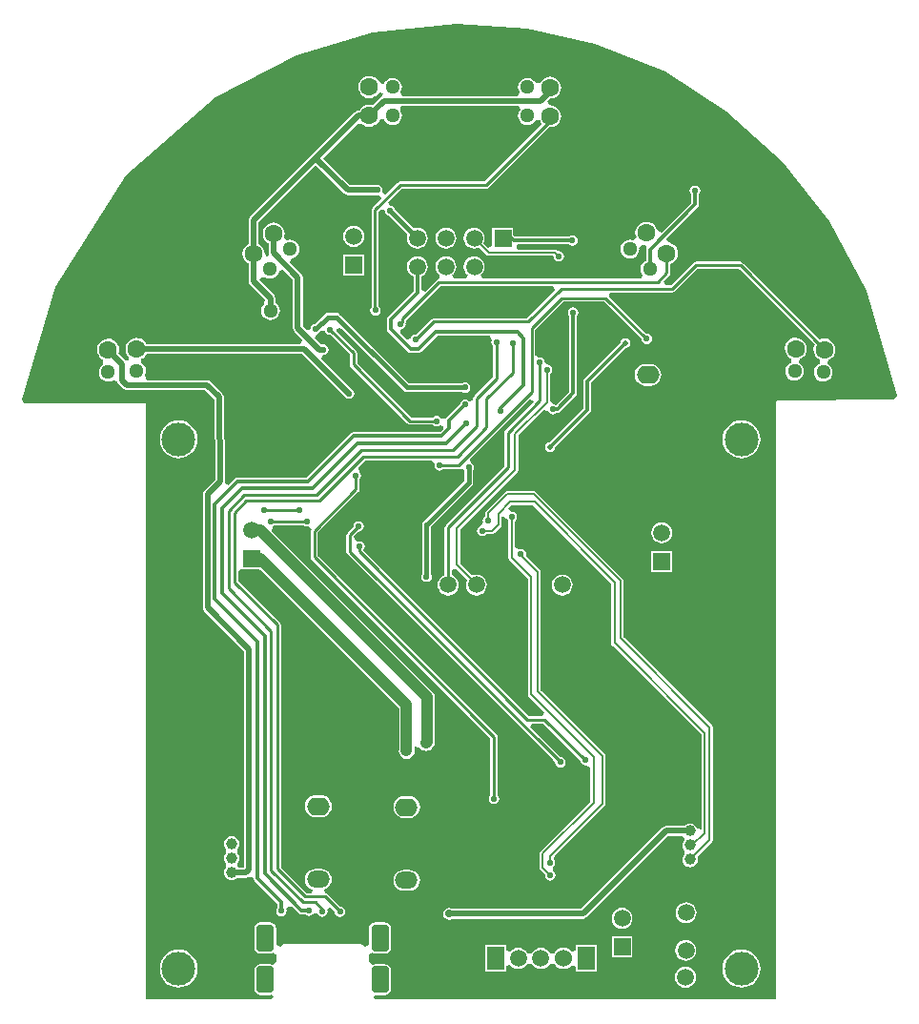
<source format=gbl>
%FSTAX23Y23*%
%MOIN*%
%SFA1B1*%

%IPPOS*%
%AMD79*
4,1,8,-0.031500,0.031500,-0.031500,-0.031500,-0.015800,-0.047200,0.015800,-0.047200,0.031500,-0.031500,0.031500,0.031500,0.015800,0.047200,-0.015800,0.047200,-0.031500,0.031500,0.0*
1,1,0.031400,-0.015800,0.031500*
1,1,0.031400,-0.015800,-0.031500*
1,1,0.031400,0.015800,-0.031500*
1,1,0.031400,0.015800,0.031500*
%
%ADD44C,0.008000*%
%ADD45C,0.009800*%
%ADD46C,0.014000*%
%ADD47C,0.019700*%
%ADD49C,0.016000*%
%ADD50C,0.011800*%
%ADD52C,0.020000*%
%ADD53C,0.039400*%
%ADD61C,0.012000*%
%ADD67C,0.118100*%
%ADD68O,0.078700X0.063000*%
%ADD69O,0.078700X0.059100*%
%ADD70C,0.063000*%
%ADD71C,0.051200*%
%ADD72C,0.039400*%
%ADD73C,0.059100*%
%ADD74R,0.059100X0.078700*%
%ADD75C,0.060000*%
%ADD76C,0.019700*%
%ADD77R,0.059100X0.059100*%
%ADD78R,0.059100X0.059100*%
G04~CAMADD=79~8~0.0~0.0~945.0~630.0~157.0~0.0~15~0.0~0.0~0.0~0.0~0~0.0~0.0~0.0~0.0~0~0.0~0.0~0.0~90.0~630.0~944.0*
%ADD79D79*%
%ADD80C,0.022000*%
%ADD81C,0.027600*%
%ADD82C,0.040000*%
%ADD83C,0.028000*%
%LNshank2.0_pcb-1*%
%LPD*%
G36*
X00235Y03405D02*
X00473Y03349D01*
X00717Y03255*
X00933Y03114*
X01129Y02938*
X01292Y0273*
X01422Y02488*
X01528Y0212*
X01519Y02108*
X0111Y02104*
X01105Y02099*
Y00009*
X-00296*
X-00305Y00018*
X-00296Y00025*
X-00264*
X-00255Y00027*
X-00248Y00032*
X-00243Y00039*
X-00241Y00048*
Y00111*
X-00243Y0012*
X-00248Y00127*
X-00255Y00132*
X-00264Y00134*
X-00296*
X-00304Y00132*
X-00306Y00131*
X-0032Y00139*
Y00164*
X-0032Y00165*
X-0032Y00166*
X-00318Y00168*
X-00318Y00168*
X-00306Y00174*
X-00304Y00172*
X-00296Y00171*
X-00264*
X-00255Y00172*
X-00248Y00177*
X-00243Y00185*
X-00241Y00194*
Y00257*
X-00243Y00266*
X-00248Y00273*
X-00255Y00278*
X-00264Y0028*
X-00296*
X-00304Y00278*
X-00312Y00273*
X-00317Y00266*
X-00319Y00257*
Y00201*
X-00325Y00196*
X-00333Y00195*
X-00338Y00199*
X-00339Y002*
X-0034Y002*
X-00348Y00203*
X-00348Y00203*
X-00349Y00204*
X-00358Y00205*
X-00358*
X-00359Y00205*
X-00601Y00205*
X-00601*
X-00602Y00205*
X-00603Y00205*
X-00603Y00205*
X-00604*
X-00612Y00204*
X-00613Y00203*
X-00614Y00203*
X-00621Y002*
X-00622Y002*
X-00623Y00199*
X-00628Y00195*
X-00636Y00196*
X-00642Y00201*
Y00257*
X-00644Y00266*
X-00649Y00273*
X-00657Y00278*
X-00666Y0028*
X-00697*
X-00706Y00278*
X-00713Y00273*
X-00719Y00266*
X-0072Y00257*
Y00194*
X-00719Y00185*
X-00713Y00177*
X-00706Y00172*
X-00697Y00171*
X-00666*
X-00657Y00172*
X-00655Y00174*
X-00644Y00168*
X-00642Y00166*
X-00641Y00139*
X-00655Y00132*
X-00657Y00132*
X-00666Y00134*
X-00697*
X-00706Y00132*
X-00713Y00127*
X-00719Y0012*
X-0072Y00111*
Y00048*
X-00719Y00039*
X-00713Y00032*
X-00706Y00027*
X-00697Y00025*
X-00666*
X-00657Y00027*
X-00653Y0002*
X-00662Y00009*
X-01099*
Y02095*
X-01524*
X-01532Y02106*
X-01414Y02499*
X-01167Y0289*
X-00854Y03164*
X-00572Y03311*
X-00306Y0339*
X-00013Y03419*
X00235Y03405*
G37*
%LNshank2.0_pcb-2*%
%LPC*%
G36*
X-00177Y00463D02*
X-00196D01*
X-00206Y00462*
X-00215Y00458*
X-00222Y00453*
X-00228Y00445*
X-00232Y00436*
X-00233Y00427*
X-00232Y00417*
X-00228Y00408*
X-00222Y004*
X-00215Y00395*
X-00206Y00391*
X-00196Y0039*
X-00177*
X-00167Y00391*
X-00158Y00395*
X-00151Y004*
X-00145Y00408*
X-00141Y00417*
X-0014Y00427*
X-00141Y00436*
X-00145Y00445*
X-00151Y00453*
X-00158Y00458*
X-00167Y00462*
X-00177Y00463*
G37*
G36*
X00791Y00349D02*
X00781Y00348D01*
X00772Y00344*
X00764Y00339*
X00759Y00331*
X00755Y00322*
X00754Y00313*
X00755Y00303*
X00759Y00294*
X00764Y00286*
X00772Y00281*
X00781Y00277*
X00791Y00276*
X008Y00277*
X00809Y00281*
X00817Y00286*
X00822Y00294*
X00826Y00303*
X00827Y00313*
X00826Y00322*
X00822Y00331*
X00817Y00339*
X00809Y00344*
X008Y00348*
X00791Y00349*
G37*
G36*
X-00179Y00721D02*
X-00194D01*
X-00204Y0072*
X-00214Y00716*
X-00222Y0071*
X-00228Y00702*
X-00232Y00693*
X-00233Y00682*
X-00232Y00672*
X-00228Y00663*
X-00222Y00655*
X-00214Y00649*
X-00204Y00645*
X-00194Y00644*
X-00179*
X-00169Y00645*
X-00159Y00649*
X-00151Y00655*
X-00145Y00663*
X-00141Y00672*
X-0014Y00682*
X-00141Y00693*
X-00145Y00702*
X-00151Y0071*
X-00159Y00716*
X-00169Y0072*
X-00179Y00721*
G37*
G36*
X00742Y01578D02*
X00669D01*
Y01505*
X00742*
Y01578*
G37*
G36*
X00358Y01495D02*
X00348Y01494D01*
X00339Y0149*
X00331Y01485*
X00326Y01477*
X00322Y01468*
X00321Y01459*
X00322Y01449*
X00326Y0144*
X00331Y01432*
X00339Y01427*
X00348Y01423*
X00358Y01422*
X00367Y01423*
X00376Y01427*
X00384Y01432*
X00389Y0144*
X00393Y01449*
X00394Y01459*
X00393Y01468*
X00389Y01477*
X00384Y01485*
X00376Y0149*
X00367Y01494*
X00358Y01495*
G37*
G36*
X-00488Y00724D02*
X-00503D01*
X-00513Y00723*
X-00523Y00719*
X-00531Y00713*
X-00537Y00705*
X-00541Y00696*
X-00542Y00685*
X-00541Y00675*
X-00537Y00666*
X-00531Y00658*
X-00523Y00652*
X-00513Y00648*
X-00503Y00647*
X-00488*
X-00478Y00648*
X-00468Y00652*
X-0046Y00658*
X-00454Y00666*
X-0045Y00675*
X-00449Y00685*
X-0045Y00696*
X-00454Y00705*
X-0046Y00713*
X-00468Y00719*
X-00478Y00723*
X-00488Y00724*
G37*
G36*
X00567Y0033D02*
X00557Y00329D01*
X00548Y00325*
X0054Y0032*
X00535Y00312*
X00531Y00303*
X0053Y00294*
X00531Y00284*
X00535Y00275*
X0054Y00267*
X00548Y00262*
X00557Y00258*
X00567Y00257*
X00576Y00258*
X00585Y00262*
X00593Y00267*
X00598Y00275*
X00602Y00284*
X00603Y00294*
X00602Y00303*
X00598Y00312*
X00593Y0032*
X00585Y00325*
X00576Y00329*
X00567Y0033*
G37*
G36*
X00984Y00184D02*
X00971Y00183D01*
X00958Y00179*
X00947Y00173*
X00937Y00165*
X00929Y00155*
X00922Y00143*
X00919Y00131*
X00917Y00118*
X00919Y00105*
X00922Y00092*
X00929Y00081*
X00937Y00071*
X00947Y00062*
X00958Y00056*
X00971Y00053*
X00984Y00051*
X00997Y00053*
X01009Y00056*
X01021Y00062*
X01031Y00071*
X01039Y00081*
X01045Y00092*
X01049Y00105*
X0105Y00118*
X01049Y00131*
X01045Y00143*
X01039Y00155*
X01031Y00165*
X01021Y00173*
X01009Y00179*
X00997Y00183*
X00984Y00184*
G37*
G36*
X-00984D02*
X-00997Y00183D01*
X-01009Y00179*
X-01021Y00173*
X-01031Y00165*
X-01039Y00155*
X-01045Y00143*
X-01049Y00131*
X-0105Y00118*
X-01049Y00105*
X-01045Y00092*
X-01039Y00081*
X-01031Y00071*
X-01021Y00062*
X-01009Y00056*
X-00997Y00053*
X-00984Y00051*
X-00971Y00053*
X-00958Y00056*
X-00947Y00062*
X-00937Y00071*
X-00929Y00081*
X-00922Y00092*
X-00919Y00105*
X-00917Y00118*
X-00919Y00131*
X-00922Y00143*
X-00929Y00155*
X-00937Y00165*
X-00947Y00173*
X-00958Y00179*
X-00971Y00183*
X-00984Y00184*
G37*
G36*
X00789Y00124D02*
X00779Y00123D01*
X0077Y00119*
X00762Y00114*
X00757Y00106*
X00753Y00097*
X00752Y00088*
X00753Y00078*
X00757Y00069*
X00762Y00061*
X0077Y00056*
X00779Y00052*
X00789Y00051*
X00798Y00052*
X00807Y00056*
X00815Y00061*
X0082Y00069*
X00824Y00078*
X00825Y00088*
X00824Y00097*
X0082Y00106*
X00815Y00114*
X00807Y00119*
X00798Y00123*
X00789Y00124*
G37*
G36*
X00477Y002D02*
X00404D01*
Y00182*
X0039Y00178*
X00388Y0018*
X0038Y00186*
X00371Y0019*
X00362Y00191*
X00352Y0019*
X00343Y00186*
X00335Y0018*
X0033Y00173*
X00327Y00172*
X00318Y00172*
X00314Y00173*
X00309Y0018*
X00301Y00185*
X00293Y00189*
X00283Y0019*
X00273Y00189*
X00265Y00185*
X00257Y0018*
X00251Y00172*
X00236*
X0023Y0018*
X00223Y00185*
X00214Y00189*
X00204Y0019*
X00195Y00189*
X00186Y00185*
X00178Y0018*
X00176Y00177*
X00162Y00182*
Y002*
X00089*
Y00107*
X00162*
Y00126*
X00176Y0013*
X00178Y00127*
X00186Y00122*
X00195Y00118*
X00204Y00117*
X00214Y00118*
X00223Y00122*
X0023Y00127*
X00236Y00135*
X00251*
X00257Y00127*
X00265Y00122*
X00273Y00118*
X00283Y00117*
X00293Y00118*
X00301Y00122*
X00309Y00127*
X00314Y00135*
X00318Y00135*
X00327Y00135*
X0033Y00134*
X00335Y00127*
X00343Y00121*
X00352Y00118*
X00362Y00116*
X00371Y00118*
X0038Y00121*
X00388Y00127*
X0039Y0013*
X00404Y00125*
Y00107*
X00477*
Y002*
G37*
G36*
X00603Y0023D02*
X0053D01*
Y00157*
X00603*
Y0023*
G37*
G36*
X0079Y00218D02*
X0078Y00217D01*
X00771Y00213*
X00763Y00208*
X00758Y002*
X00754Y00191*
X00753Y00182*
X00754Y00172*
X00758Y00163*
X00763Y00155*
X00771Y0015*
X0078Y00146*
X0079Y00145*
X00799Y00146*
X00808Y0015*
X00816Y00155*
X00821Y00163*
X00825Y00172*
X00826Y00182*
X00825Y00191*
X00821Y002*
X00816Y00208*
X00808Y00213*
X00799Y00217*
X0079Y00218*
G37*
G36*
X00706Y01678D02*
X00696Y01677D01*
X00687Y01673*
X00679Y01668*
X00674Y0166*
X0067Y01651*
X00669Y01642*
X0067Y01632*
X00674Y01623*
X00679Y01615*
X00687Y0161*
X00696Y01606*
X00706Y01605*
X00715Y01606*
X00724Y0161*
X00732Y01615*
X00737Y01623*
X00741Y01632*
X00742Y01642*
X00741Y01651*
X00737Y0166*
X00732Y01668*
X00724Y01673*
X00715Y01677*
X00706Y01678*
G37*
G36*
X-00335Y02614D02*
X-00408D01*
Y02541*
X-00335*
Y02614*
G37*
G36*
X-00317Y03238D02*
X-00327Y03237D01*
X-00336Y03233*
X-00344Y03227*
X-0035Y03219*
X-00354Y0321*
X-00355Y032*
X-00354Y0319*
X-0035Y0318*
X-00344Y03172*
X-00336Y03166*
X-00327Y03162*
X-00317Y03161*
X-00307Y03162*
X-00297Y03166*
X-00289Y03172*
X-00285Y03177*
X-00278Y0318*
X-0027Y03178*
X-00272Y03167*
X-00278Y03163*
X-00304Y03136*
X-00307Y03137*
X-00317Y03138*
X-00327Y03137*
X-00336Y03133*
X-00344Y03127*
X-0035Y03119*
X-00351Y03117*
X-00356*
X-00362Y03116*
X-00368Y03112*
X-00517Y02963*
X-00734Y02745*
X-00738Y0274*
X-00739Y02733*
Y02652*
X-00741Y02651*
X-00749Y02645*
X-00756Y02637*
X-00759Y02627*
X-00761Y02617*
X-00759Y02607*
X-00756Y02598*
X-00749Y0259*
X-00741Y02584*
X-00739Y02583*
Y02521*
X-00738Y02514*
X-00734Y02509*
X-00683Y02458*
X-00684Y02442*
X-00686Y02441*
X-00691Y02434*
X-00694Y02426*
X-00695Y02418*
X-00694Y02409*
X-00691Y02401*
X-00686Y02394*
X-00679Y02389*
X-00671Y02386*
X-00663Y02385*
X-00654Y02386*
X-00646Y02389*
X-00639Y02394*
X-00634Y02401*
X-00631Y02409*
X-0063Y02418*
X-00631Y02426*
X-00634Y02434*
X-00639Y02441*
X-00645Y02445*
Y02462*
X-00647Y02468*
X-0065Y02474*
X-00702Y02525*
X-007Y02532*
X-00695Y02535*
X-00686Y02537*
X-00681Y02534*
X-00673Y02531*
X-00665Y0253*
X-00656Y02531*
X-00648Y02534*
X-00642Y02539*
X-00636Y02546*
X-00633Y02554*
X-00633Y02557*
X-00618Y02562*
X-00584Y02527*
Y02356*
X-00582Y02349*
X-00579Y02343*
X-00551Y02315*
X-00557Y02301*
X-01096*
X-01098Y02305*
X-01104Y02313*
X-01112Y02319*
X-01122Y02322*
X-01132Y02323*
X-01142Y02321*
X-01151Y02317*
X-01159Y02311*
X-01165Y02303*
X-01168Y02293*
X-01169Y02283*
X-01168Y02273*
X-01164Y02264*
X-01158Y02256*
X-01157Y02256*
X-01157Y02243*
X-01168Y02243*
X-01194Y02269*
X-01193Y02272*
X-01192Y02282*
X-01193Y02292*
X-01198Y02301*
X-01204Y02309*
X-01212Y02315*
X-01222Y02319*
X-01232Y0232*
X-01242Y02318*
X-01251Y02314*
X-01259Y02307*
X-01265Y02299*
X-01268Y0229*
X-01269Y02279*
X-01268Y02269*
X-01263Y0226*
X-01257Y02252*
X-01249Y02247*
X-01247Y02246*
X-01247Y02231*
X-01248Y0223*
X-01255Y02225*
X-0126Y02218*
X-01263Y0221*
X-01263Y02201*
X-01262Y02193*
X-01258Y02185*
X-01253Y02178*
X-01246Y02174*
X-01238Y0217*
X-01229Y0217*
X-01221Y02171*
X-01213Y02175*
X-01212Y02176*
X-01208Y02175*
X-01197Y0217*
X-01197Y02168*
X-01193Y02162*
X-01176Y02145*
X-0117Y02142*
X-01164Y0214*
X-00892*
X-0086Y02108*
X-00856Y01827*
X-00894Y01788*
X-00898Y01783*
X-00899Y01776*
Y01379*
X-00898Y01373*
X-00894Y01367*
X-00754Y01227*
Y00471*
X-00755Y0047*
X-00774*
X-00779Y00482*
X-0078Y00483*
X-00777Y00486*
X-00775Y00489*
X-00773Y00496*
X-00772Y00503*
X-00773Y0051*
X-00775Y00516*
X-00777Y00519*
X-0078Y00522*
Y00533*
X-00777Y00536*
X-00775Y00539*
X-00773Y00546*
X-00772Y00553*
X-00773Y0056*
X-00775Y00566*
X-0078Y00572*
X-00785Y00576*
X-00792Y00579*
X-00799Y00579*
X-00806Y00579*
X-00812Y00576*
X-00818Y00572*
X-00822Y00566*
X-00825Y0056*
X-00825Y00553*
X-00825Y00546*
X-00822Y00539*
X-0082Y00536*
X-00818Y00533*
Y00522*
X-0082Y00519*
X-00822Y00516*
X-00825Y0051*
X-00825Y00503*
X-00825Y00496*
X-00822Y00489*
X-0082Y00486*
X-00818Y00483*
Y00472*
X-0082Y00469*
X-00822Y00466*
X-00825Y0046*
X-00825Y00453*
X-00825Y00446*
X-00822Y00439*
X-00818Y00434*
X-00812Y00429*
X-00806Y00427*
X-00799Y00426*
X-00792Y00427*
X-00785Y00429*
X-0078Y00434*
X-00778Y00435*
X-00748*
X-00748*
X-00748*
X-00744Y00436*
X-00741Y00437*
X-00741*
X-00738Y00438*
X-00736Y0044*
X-00722Y00435*
X-00721Y0043*
X-00718Y00425*
X-00637Y00344*
Y00331*
X-00641Y00326*
X-00642Y00319*
X-00641Y00312*
X-00637Y00306*
X-00631Y00302*
X-00624Y003*
X-00617Y00302*
X-00611Y00306*
X-00607Y00312*
X-00605Y00319*
X-00607Y00326*
X-00605Y00332*
X-00589Y00336*
X-00563Y0031*
X-00559Y00307*
X-00554Y00306*
X-0054*
X-00535Y00303*
X-00528Y00301*
X-00521Y00303*
X-00515Y00307*
X-00512Y0031*
X-00503*
X-00498Y00309*
Y00309*
X-00494Y00303*
X-00488Y00299*
X-00481Y00297*
X-00474Y00299*
X-00468Y00303*
X-00464Y00309*
X-00462Y00316*
X-00464Y00323*
X-00465Y00324*
X-00454Y00333*
X-00438Y00317*
X-00438Y00316*
X-00437Y00309*
X-00433Y00303*
X-00427Y00299*
X-0042Y00298*
X-00413Y00299*
X-00407Y00303*
X-00403Y00309*
X-00401Y00316*
X-00403Y00323*
X-00407Y00329*
X-00413Y00333*
X-0042Y00334*
X-00421Y00334*
X-00463Y00377*
X-00467Y0038*
X-00472Y00381*
X-00473*
X-00476Y00394*
X-00467Y00398*
X-0046Y00403*
X-00454Y00411*
X-0045Y0042*
X-00449Y0043*
X-0045Y00439*
X-00454Y00448*
X-0046Y00456*
X-00467Y00461*
X-00476Y00465*
X-00486Y00466*
X-00505*
X-00515Y00465*
X-00524Y00461*
X-00531Y00456*
X-00537Y00448*
X-00541Y00439*
X-00542Y0043*
X-00541Y0042*
X-00537Y00411*
X-00531Y00403*
X-00524Y00398*
X-00515Y00394*
X-00518Y00381*
X-00536*
X-00626Y00472*
Y01319*
X-00627Y01323*
X-0063Y01327*
X-00776Y01473*
Y01508*
X-00765Y01515*
X-00762*
X-00701*
X-00213Y01027*
Y00881*
X-00214Y00879*
X-00213Y00872*
X-0021Y00865*
X-00206Y00859*
X-002Y00855*
X-00194Y00852*
X-00187Y00851*
X-0018Y00852*
X-00173Y00855*
X-00167Y00859*
X-00163Y00865*
X-0016Y00872*
X-00159Y00879*
X-0016Y00881*
Y00893*
X-00157Y00895*
X-00142Y00892*
X-00142Y00892*
X-00138Y00886*
X-00132Y00882*
X-00126Y00879*
X-00119Y00878*
X-00112Y00879*
X-00105Y00882*
X-00099Y00886*
X-00098Y00888*
X-00097Y0089*
X-00092Y00895*
X-0009Y00902*
X-00089Y00909*
Y01068*
X-0009Y01075*
X-00092Y01081*
X-00097Y01087*
X-00658Y01648*
X-00656Y01658*
X-00654Y01664*
X-0065Y01667*
X-00649Y01667*
X-00546*
X-00542Y01665*
X-00535Y01663*
X-00529Y01664*
X-00525Y0166*
X-0052Y01653*
X-00521Y01652*
X-00522Y01648*
Y01557*
X-00521Y01552*
X-00518Y01548*
X00106Y00923*
Y00725*
X00106Y00725*
X00102Y00719*
X001Y00712*
X00102Y00705*
X00106Y00699*
X00112Y00695*
X00119Y00693*
X00126Y00695*
X00132Y00699*
X00136Y00705*
X00137Y00712*
X00136Y00719*
X00132Y00725*
X00131Y00725*
Y00928*
X0013Y00932*
X00127Y00936*
X-00497Y01562*
Y01643*
X-00356Y01784*
X-00353Y01788*
X-00352Y01793*
Y01828*
X-00352Y01829*
X-00348Y01835*
X-00346Y01842*
X-00348Y01849*
X-00352Y01855*
X-00355Y0187*
X-00354Y01872*
X-00332Y01894*
X-00098*
X-00094Y0189*
X-00089Y0188*
X-0009Y01876*
X-00089Y01869*
X-00085Y01863*
X-00079Y01859*
X-00072Y01858*
X-00065Y01859*
X-00059Y01863*
X-00058Y01864*
X-00006*
X-00002Y01865*
X-00001Y01865*
X00008Y01864*
X0001Y01863*
X00014Y01861*
X00014Y0186*
Y01823*
X-00124Y01684*
X-00127Y01681*
X-00131Y01676*
X-00132Y01671*
Y01497*
X-00134Y01495*
X-00135Y01488*
X-00134Y01481*
X-0013Y01475*
X-00124Y01471*
X-00117Y01469*
X-0011Y01471*
X-00104Y01475*
X-001Y01481*
X-00098Y01488*
X-001Y01495*
X-00101Y01497*
Y01663*
X00041Y01806*
X00044Y01811*
X00045Y01817*
Y0186*
X00047Y01863*
X00048Y0187*
X00047Y01877*
X00043Y01883*
X00039Y01885*
X00036Y01896*
X00035Y01901*
X00241Y02107*
X00256Y02103*
X00257Y021*
X00158Y02001*
X00155Y01997*
X00154Y01992*
Y01874*
X-0005Y01668*
X-00053Y01664*
X-00054Y0166*
Y01493*
X-0006Y0149*
X-00068Y01485*
X-00073Y01477*
X-00077Y01468*
X-00078Y01459*
X-00077Y01449*
X-00073Y0144*
X-00068Y01432*
X-0006Y01427*
X-00051Y01423*
X-00042Y01422*
X-00032Y01423*
X-00023Y01427*
X-00015Y01432*
X-0001Y0144*
X-00006Y01449*
X-00005Y01459*
X-00006Y01468*
X-0001Y01477*
X-00015Y01485*
X-00023Y0149*
X-00029Y01493*
Y01511*
X-00015Y01517*
X00025Y01475*
X00022Y01468*
X00021Y01459*
X00022Y01449*
X00026Y0144*
X00031Y01432*
X00039Y01427*
X00048Y01423*
X00058Y01422*
X00067Y01423*
X00076Y01427*
X00084Y01432*
X00089Y0144*
X00093Y01449*
X00094Y01459*
X00093Y01468*
X00089Y01477*
X00084Y01485*
X00076Y0149*
X00067Y01494*
X00058Y01495*
X00048Y01494*
X00041Y01491*
X0Y01533*
Y01652*
X002Y01854*
X00203Y01857*
X00204Y01862*
Y01982*
X00292Y0207*
X00306Y02067*
X00307Y02066*
X00311Y02061*
X00317Y02057*
X00324Y02055*
X00331Y02057*
X00336Y0206*
X0034*
X00345Y02061*
X00349Y02064*
X00405Y0212*
X00408Y02125*
X00409Y0213*
Y02398*
X00413Y02404*
X00414Y02411*
X00413Y02418*
X00409Y02424*
X00403Y02428*
X00396Y02429*
X00389Y02428*
X00383Y02424*
X00379Y02418*
X00377Y02411*
X00379Y02404*
X00382Y02398*
Y02135*
X00335Y02088*
X00331Y02091*
X00328Y02091*
X00322Y02094*
X00315Y02104*
Y02196*
X00317Y02198*
X00321Y02204*
X00322Y02211*
X00321Y02218*
X00317Y02224*
X00311Y02228*
X00304Y02229*
X00296Y02236*
X00295Y02243*
X00291Y02249*
X00285Y02253*
X00278Y02254*
X00276Y02254*
X00264Y02261*
X00262Y02263*
Y02351*
X00361Y0245*
X00504*
X00634Y0232*
X00634Y02319*
X00636Y02312*
X0064Y02306*
X00646Y02302*
X00653Y023*
X0066Y02302*
X00666Y02306*
X0067Y02312*
X00671Y02319*
X0067Y02326*
X00666Y02332*
X0066Y02336*
X00653Y02337*
X00652Y02337*
X0052Y02468*
X00522Y02478*
X00525Y02482*
X00743*
X00747Y02483*
X00751Y02486*
X0083Y02564*
X00975*
X0124Y02299*
X01237Y02293*
X01236Y02283*
X01237Y02273*
X0124Y02264*
X01246Y02255*
X01254Y02249*
X01257Y02247*
X01257Y02232*
X01255Y02232*
X01248Y02227*
X01242Y0222*
X01239Y02212*
X01237Y02204*
X01238Y02195*
X01241Y02187*
X01246Y0218*
X01253Y02175*
X0126Y02171*
X01269Y0217*
X01277Y0217*
X01285Y02174*
X01292Y02178*
X01298Y02185*
X01301Y02193*
X01303Y02201*
X01302Y0221*
X01299Y02218*
X01294Y02225*
X01287Y0223*
X01286Y02231*
X01288Y02246*
X01293Y02248*
X01301Y02253*
X01307Y02261*
X01312Y0227*
X01313Y0228*
X01312Y02291*
X01309Y023*
X01303Y02308*
X01295Y02315*
X01286Y02319*
X01276Y02321*
X01266Y0232*
X01257Y02316*
X00988Y02585*
X00984Y02588*
X0098Y02589*
X00825*
X0082Y02588*
X00816Y02585*
X00738Y02507*
X00717*
X00711Y02521*
X00732Y02541*
X00734Y02545*
X00735Y0255*
Y02582*
X00742Y02585*
X0075Y02591*
X00757Y02599*
X0076Y02608*
X00762Y02618*
X0076Y02628*
X00757Y02638*
X0075Y02646*
X00742Y02652*
X00733Y02656*
X00728Y02656*
X00722Y02668*
X00722Y02671*
X00827Y02776*
X00832Y02779*
X00835Y02783*
X00836Y02789*
Y02825*
X00838Y02829*
X0084Y02836*
X00838Y02843*
X00835Y02849*
X00829Y02853*
X00822Y02854*
X00815Y02853*
X00809Y02849*
X00805Y02843*
X00803Y02836*
X00805Y02829*
X00807Y02825*
Y02793*
X00705Y02691*
X0069Y02696*
X0069Y02699*
X00686Y02708*
X0068Y02716*
X00672Y02723*
X00662Y02726*
X00652Y02728*
X00642Y02726*
X00633Y02723*
X00625Y02716*
X00619Y02708*
X00615Y02699*
X00613Y02689*
X00615Y02679*
X00617Y02674*
X00606Y02664*
X00603Y02665*
X00594Y02666*
X00586Y02665*
X00578Y02662*
X00571Y02657*
X00566Y0265*
X00562Y02642*
X00561Y02633*
X00562Y02625*
X00566Y02617*
X00571Y0261*
X00578Y02605*
X00586Y02602*
X00594Y026*
X00603Y02602*
X00611Y02605*
X00617Y0261*
X00623Y02617*
X00626Y02625*
X00627Y02633*
X00626Y02638*
X00634Y02646*
X00638Y02649*
X00647Y02647*
X00651Y02639*
X00651Y02636*
X00651Y02632*
Y02592*
X00648Y02591*
X00642Y02586*
X00636Y02579*
X00633Y02571*
X00632Y02563*
X00633Y02554*
X00636Y02546*
X00639Y02543*
X00635Y02532*
X00633Y02529*
X00077*
X00072Y02543*
X00076Y02545*
X00081Y02553*
X00085Y02562*
X00086Y02572*
X00085Y02581*
X00081Y0259*
X00076Y02598*
X00068Y02603*
X00059Y02607*
X0005Y02608*
X0004Y02607*
X00031Y02603*
X00023Y02598*
X00018Y0259*
X00014Y02581*
X00013Y02572*
X00014Y02562*
X00018Y02553*
X00023Y02545*
X00027Y02543*
X00022Y02529*
X-00022*
X-00027Y02543*
X-00023Y02545*
X-00018Y02553*
X-00014Y02562*
X-00013Y02572*
X-00014Y02581*
X-00018Y0259*
X-00023Y02598*
X-00031Y02603*
X-0004Y02607*
X-0005Y02608*
X-00059Y02607*
X-00068Y02603*
X-00076Y02598*
X-00081Y0259*
X-00085Y02581*
X-00086Y02572*
X-00085Y02562*
X-00081Y02553*
X-00076Y02545*
X-00072Y02543*
X-00073Y02534*
X-00076Y02528*
X-00078Y02528*
X-00082Y02525*
X-00122Y02485*
X-00136Y02491*
Y02537*
X-00131Y0254*
X-00123Y02545*
X-00118Y02553*
X-00114Y02562*
X-00113Y02572*
X-00114Y02581*
X-00118Y0259*
X-00123Y02598*
X-00131Y02603*
X-0014Y02607*
X-0015Y02608*
X-00159Y02607*
X-00168Y02603*
X-00176Y02598*
X-00181Y0259*
X-00185Y02581*
X-00186Y02572*
X-00185Y02562*
X-00181Y02553*
X-00176Y02545*
X-00168Y0254*
X-00163Y02537*
Y02485*
X-00251Y02397*
X-00254Y02393*
X-00255Y02388*
Y02353*
X-00254Y02348*
X-00251Y02343*
X-00181Y02273*
X-00177Y0227*
X-00172Y02269*
X-00146*
X-00141Y0227*
X-00136Y02273*
X-0008Y02329*
X00105*
X00105Y02328*
X00111Y02315*
X0011Y02314*
X00108Y02307*
X0011Y023*
X00114Y02294*
X00114Y02293*
Y02186*
X0005Y02121*
X00047Y02117*
X00046Y02112*
Y02105*
X00032Y02101*
X00032Y02102*
X00026Y02106*
X00019Y02107*
X00012Y02106*
X00006Y02102*
X00002Y02096*
X00001Y02091*
X-00047Y02043*
X-00049Y02039*
X-00052Y02039*
X-00061*
X-00064Y02039*
X-00068Y02045*
X-00074Y02049*
X-00081Y0205*
X-00088Y02049*
X-00094Y02045*
X-00094Y02044*
X-00171*
X-0036Y02234*
Y02271*
X-00361Y02275*
X-00364Y02279*
X-00432Y02347*
X-00431Y02353*
X-00417Y02358*
X-00196Y02138*
X-00191Y02134*
X-00186Y02133*
X00008*
X00011Y02132*
X00018Y0213*
X00025Y02132*
X00031Y02136*
X00035Y02142*
X00036Y02149*
X00035Y02156*
X00031Y02162*
X00025Y02166*
X00018Y02167*
X00011Y02166*
X00008Y02164*
X-00179*
X-00421Y02405*
X-00426Y02409*
X-00432Y0241*
X-00463*
X-00468Y02409*
X-00473Y02405*
X-00508Y0237*
X-00512Y0237*
X-00518Y02366*
X-00521Y0236*
X-00522Y02355*
X-0053Y02351*
X-00537Y0235*
X-00549Y02363*
Y02535*
X-00551Y02541*
X-00554Y02547*
X-00595Y02587*
X-00595Y02588*
X-00589Y02601*
X-00586Y02602*
X-00578Y02605*
X-00571Y0261*
X-00566Y02617*
X-00562Y02625*
X-00561Y02633*
X-00562Y02642*
X-00566Y0265*
X-00571Y02657*
X-00578Y02662*
X-00586Y02665*
X-00594Y02666*
X-00603Y02665*
X-00604Y02664*
X-00615Y02675*
X-00614Y02678*
X-00612Y02688*
X-00614Y02698*
X-00618Y02707*
X-00624Y02715*
X-00632Y02722*
X-00641Y02725*
X-00651Y02727*
X-00661Y02725*
X-00671Y02722*
X-00679Y02715*
X-00685Y02707*
X-00689Y02698*
X-0069Y02688*
X-00689Y02678*
X-00685Y02668*
X-00679Y0266*
X-00671Y02654*
X-00668Y02653*
Y02619*
X-00667Y02614*
X-00671Y02608*
X-00675Y02604*
X-00683Y02616*
X-00683Y02617*
X-00684Y02627*
X-00688Y02637*
X-00694Y02645*
X-00702Y02651*
X-00705Y02652*
Y02726*
X-00505Y02926*
X-00405Y02826*
X-00399Y02823*
X-00393Y02821*
X-00295*
X-0029Y0282*
X-00285Y02821*
X-00278Y02816*
X-00274Y0281*
Y0281*
X-00306Y02777*
X-00309Y02773*
X-0031Y02769*
Y0243*
X-00313Y02426*
X-00314Y02419*
X-00313Y02412*
X-00309Y02406*
X-00303Y02402*
X-00296Y024*
X-00289Y02402*
X-00283Y02406*
X-00279Y02412*
X-00277Y02419*
X-00279Y02426*
X-00283Y02432*
X-00285Y02433*
Y02764*
X-00276Y02773*
X-00263Y02767*
X-00262Y0276*
X-00258Y02754*
X-00252Y0275*
X-00249Y02749*
X-00184Y02684*
X-00185Y02681*
X-00186Y02672*
X-00185Y02662*
X-00181Y02653*
X-00176Y02645*
X-00168Y0264*
X-00159Y02636*
X-0015Y02635*
X-0014Y02636*
X-00131Y0264*
X-00123Y02645*
X-00118Y02653*
X-00114Y02662*
X-00113Y02672*
X-00114Y02681*
X-00118Y0269*
X-00123Y02698*
X-00131Y02703*
X-0014Y02707*
X-0015Y02708*
X-00159Y02707*
X-00162Y02706*
X-00227Y02771*
X-00228Y02774*
X-00232Y0278*
X-00238Y02784*
X-00245Y02785*
X-00251Y02798*
X-00205Y02844*
X00091*
X00095Y02845*
X00099Y02848*
X00311Y03059*
X00316Y03059*
X00326Y0306*
X00335Y03064*
X00343Y0307*
X00349Y03078*
X00353Y03088*
X00354Y03098*
X00353Y03108*
X00349Y03117*
X00343Y03125*
X00335Y03131*
X00326Y03135*
X00316Y03136*
X00311Y03136*
X00305Y03149*
X00314Y03159*
X00316Y03159*
X00326Y0316*
X00335Y03164*
X00343Y0317*
X00349Y03178*
X00353Y03188*
X00354Y03198*
X00353Y03208*
X00349Y03217*
X00343Y03225*
X00335Y03231*
X00326Y03235*
X00316Y03236*
X00305Y03235*
X00296Y03231*
X00288Y03225*
X00282Y03217*
X0028Y03213*
X00265*
X00264Y03216*
X00259Y03222*
X00252Y03228*
X00244Y03231*
X00236Y03232*
X00227Y03231*
X00219Y03228*
X00213Y03222*
X00207Y03216*
X00204Y03208*
X00203Y03199*
X00204Y03191*
X00207Y03183*
X00208Y03182*
X00201Y03168*
X-00201*
X-00208Y03182*
X-00207Y03183*
X-00204Y03191*
X-00203Y03199*
X-00204Y03208*
X-00207Y03216*
X-00213Y03222*
X-00219Y03228*
X-00227Y03231*
X-00236Y03232*
X-00244Y03231*
X-00252Y03228*
X-00259Y03222*
X-00264Y03216*
X-00266Y03212*
X-00269Y03212*
X-0028Y03213*
X-00283Y03219*
X-00289Y03227*
X-00297Y03233*
X-00307Y03237*
X-00317Y03238*
G37*
G36*
X-0005Y02708D02*
X-00059Y02707D01*
X-00068Y02703*
X-00076Y02698*
X-00081Y0269*
X-00085Y02681*
X-00086Y02672*
X-00085Y02662*
X-00081Y02653*
X-00076Y02645*
X-00068Y0264*
X-00059Y02636*
X-0005Y02635*
X-0004Y02636*
X-00031Y0264*
X-00023Y02645*
X-00018Y02653*
X-00014Y02662*
X-00013Y02672*
X-00014Y02681*
X-00018Y0269*
X-00023Y02698*
X-00031Y02703*
X-0004Y02707*
X-0005Y02708*
G37*
G36*
X0005D02*
X0004Y02707D01*
X00031Y02703*
X00023Y02698*
X00018Y0269*
X00014Y02681*
X00013Y02672*
X00014Y02662*
X00018Y02653*
X00023Y02645*
X00031Y0264*
X0004Y02636*
X0005Y02635*
X00059Y02636*
X00066Y02639*
X00093Y02612*
X00097Y0261*
X00101Y02609*
X00326*
X00327Y02608*
X00329Y02601*
X00333Y02595*
X00339Y02591*
X00346Y02589*
X00353Y02591*
X00359Y02595*
X00363Y02601*
X00364Y02608*
X00363Y02615*
X00359Y02621*
X00353Y02625*
X00346Y02626*
X00343Y02625*
X00341Y02628*
X00337Y02631*
X00333Y02631*
X00202*
X00198Y02637*
X00197Y02646*
X002Y02649*
X0038*
X00386Y02646*
X00393Y02644*
X004Y02646*
X00406Y0265*
X0041Y02656*
X00411Y02663*
X0041Y0267*
X00406Y02676*
X004Y0268*
X00393Y02681*
X00386Y0268*
X0038Y02676*
X00192*
X00186Y02682*
Y02708*
X00113*
Y02644*
X00099Y02638*
X00082Y02655*
X00085Y02662*
X00086Y02672*
X00085Y02681*
X00081Y0269*
X00076Y02698*
X00068Y02703*
X00059Y02707*
X0005Y02708*
G37*
G36*
X-00372Y02714D02*
X-00381Y02713D01*
X-0039Y02709*
X-00398Y02704*
X-00403Y02696*
X-00407Y02687*
X-00408Y02678*
X-00407Y02668*
X-00403Y02659*
X-00398Y02651*
X-0039Y02646*
X-00381Y02642*
X-00372Y02641*
X-00362Y02642*
X-00353Y02646*
X-00345Y02651*
X-0034Y02659*
X-00336Y02668*
X-00335Y02678*
X-00336Y02687*
X-0034Y02696*
X-00345Y02704*
X-00353Y02709*
X-00362Y02713*
X-00372Y02714*
G37*
G36*
X01176Y02324D02*
X01166Y02323D01*
X01156Y0232*
X01148Y02314*
X01142Y02306*
X01137Y02297*
X01136Y02287*
X01137Y02277*
X0114Y02267*
X01146Y02259*
X01154Y02252*
X01157Y02251*
X01157Y02236*
X01155Y02235*
X01148Y0223*
X01142Y02223*
X01139Y02216*
X01137Y02207*
X01138Y02199*
X01141Y02191*
X01146Y02184*
X01153Y02178*
X0116Y02175*
X01169Y02173*
X01177Y02174*
X01185Y02177*
X01192Y02182*
X01198Y02189*
X01201Y02196*
X01203Y02205*
X01202Y02213*
X01199Y02221*
X01194Y02228*
X01187Y02234*
X01186Y02234*
X01188Y02249*
X01193Y02251*
X01201Y02257*
X01208Y02265*
X01212Y02274*
X01213Y02284*
X01212Y02294*
X01209Y02304*
X01203Y02312*
X01195Y02318*
X01186Y02322*
X01176Y02324*
G37*
G36*
X00984Y02034D02*
X00971Y02033D01*
X00958Y02029*
X00947Y02023*
X00937Y02015*
X00929Y02005*
X00922Y01993*
X00919Y01981*
X00917Y01968*
X00919Y01955*
X00922Y01943*
X00929Y01931*
X00937Y01921*
X00947Y01913*
X00958Y01907*
X00971Y01903*
X00984Y01902*
X00997Y01903*
X01009Y01907*
X01021Y01913*
X01031Y01921*
X01039Y01931*
X01045Y01943*
X01049Y01955*
X0105Y01968*
X01049Y01981*
X01045Y01993*
X01039Y02005*
X01031Y02015*
X01021Y02023*
X01009Y02029*
X00997Y02033*
X00984Y02034*
G37*
G36*
X-00984D02*
X-00997Y02033D01*
X-01009Y02029*
X-01021Y02023*
X-01031Y02015*
X-01039Y02005*
X-01045Y01993*
X-01049Y01981*
X-0105Y01968*
X-01049Y01955*
X-01045Y01943*
X-01039Y01931*
X-01031Y01921*
X-01021Y01913*
X-01009Y01907*
X-00997Y01903*
X-00984Y01902*
X-00971Y01903*
X-00958Y01907*
X-00947Y01913*
X-00937Y01921*
X-00929Y01931*
X-00922Y01943*
X-00919Y01955*
X-00917Y01968*
X-00919Y01981*
X-00922Y01993*
X-00929Y02005*
X-00937Y02015*
X-00947Y02023*
X-00958Y02029*
X-00971Y02033*
X-00984Y02034*
G37*
G36*
X00258Y01788D02*
D01*
X00165*
X0016Y01787*
X00157Y01784*
X0009Y01718*
X00087Y01714*
X00087Y0171*
Y01697*
X00085Y01696*
X00081Y0169*
X00079Y01683*
X0008Y0168*
X00079Y01673*
X00071Y01665*
X00071Y01665*
X00065Y01661*
X00061Y01655*
X00059Y01648*
X00061Y01641*
X00065Y01635*
X00071Y01631*
X00078Y0163*
X00085Y01631*
X00091Y01635*
X00092Y01637*
X00112*
X00116Y01638*
X0012Y0164*
X00141Y01662*
X00144Y01665*
X00145Y0167*
Y01696*
X00149Y01698*
X00151Y01698*
X00163Y01691*
X00164Y0169*
X00168Y01684*
X00169Y01682*
Y01555*
X0017Y0155*
X00173Y01547*
X00237Y01482*
Y01076*
X00238Y01071*
X00241Y01068*
X00295Y01014*
X00289Y01*
X00241*
X-00338Y0158*
X-00335Y01586*
X-00333Y01593*
X-00335Y016*
X-00339Y01606*
X-00345Y0161*
X-00352Y01611*
X-00358Y0161*
X-0037Y01618*
X-00371Y0163*
X-00356Y01645*
X-00355Y01645*
X-00348Y01647*
X-00342Y01651*
X-00338Y01657*
X-00336Y01664*
X-00338Y01671*
X-00342Y01677*
X-00348Y01681*
X-00355Y01682*
X-00362Y01681*
X-00368Y01677*
X-00372Y01671*
X-00373Y01664*
X-00373Y01663*
X-00393Y01642*
X-00396Y01638*
X-00397Y01634*
Y01574*
X-00396Y0157*
X-00393Y01566*
X00332Y0084*
X00332Y00839*
X00334Y00832*
X00338Y00826*
X00344Y00822*
X00351Y0082*
X00358Y00822*
X00364Y00826*
X00368Y00832*
X00369Y00839*
X00368Y00846*
X00364Y00852*
X00358Y00856*
X00351Y00857*
X0035Y00857*
X00245Y00961*
X00251Y00975*
X00291*
X00419Y00847*
X00419Y00846*
X00421Y00839*
X00425Y00833*
X00431Y00829*
X00438Y00827*
X00442Y00828*
X0045Y00824*
X00456Y0082*
Y00702*
X00281Y00526*
X00278Y00523*
X00277Y00519*
Y00471*
X00278Y00466*
X00281Y00463*
X00298Y00446*
X00297Y00444*
X00299Y00437*
X00303Y00431*
X00309Y00427*
X00316Y00425*
X00323Y00427*
X00329Y00431*
X00333Y00437*
X00334Y00444*
X00333Y00451*
X00329Y00457*
X00326Y00458*
X00326Y00459*
X00325Y00471*
X00326Y00474*
X00328Y00475*
X00332Y00481*
X00333Y00488*
X00332Y00495*
X00328Y00501*
X00332Y00514*
X00504Y00686*
X00507Y00689*
X00508Y00694*
Y00862*
X00507Y00866*
X00504Y00869*
X00282Y01092*
Y01505*
X00281Y01509*
X00278Y01512*
X0023Y01561*
X00231Y01566*
X0023Y01573*
X00226Y01579*
X0022Y01583*
X00213Y01584*
X00206Y01583*
X00192Y0159*
Y01682*
X00194Y01684*
X00198Y0169*
X00199Y01697*
X00198Y01704*
X00194Y0171*
X00188Y01714*
X00181Y01715*
X00177Y01714*
X00169Y01726*
X0018Y01737*
X00255*
X00528Y01464*
Y01256*
X00529Y01252*
X00532Y01248*
X00844Y00936*
Y00606*
X00844Y00605*
X0083Y00606*
X00827Y00612*
X00823Y00618*
X00817Y00622*
X00811Y00625*
X00804Y00625*
X00797Y00625*
X0079Y00622*
X00785Y00618*
X00783Y00616*
X0072*
X00713Y00615*
X00707Y00611*
X00422Y00326*
X-00026*
X-0003Y00328*
X-00038Y0033*
X-00046Y00328*
X-00053Y00324*
X-00057Y00317*
X-00059Y00309*
X-00057Y003*
X-00053Y00294*
X-00046Y00289*
X-00038Y00287*
X-0003Y00289*
X-00026Y00291*
X0043*
X00436Y00293*
X00442Y00296*
X00727Y00581*
X00779*
X00784Y0057*
X00785Y00568*
X00782Y00565*
X0078Y00562*
X00778Y00556*
X00777Y00549*
X00778Y00542*
X0078Y00535*
X00782Y00532*
X00785Y00529*
Y00518*
X00782Y00515*
X0078Y00512*
X00778Y00506*
X00777Y00499*
X00778Y00492*
X0078Y00485*
X00785Y0048*
X0079Y00475*
X00797Y00473*
X00804Y00472*
X00811Y00473*
X00817Y00475*
X00823Y0048*
X00827Y00485*
X0083Y00492*
X0083Y00499*
X0083Y00506*
X00829Y00508*
X0088Y0056*
X00883Y00563*
X00884Y00568*
Y00962*
X00883Y00966*
X0088Y00969*
X00572Y01278*
Y01473*
X00571Y01478*
X00569Y01481*
X00265Y01784*
X00262Y01787*
X00258Y01788*
G37*
G36*
X00665Y02232D02*
X00649D01*
X00639Y02231*
X0063Y02227*
X00621Y02221*
X00615Y02213*
X00611Y02203*
X0061Y02193*
X00611Y02183*
X00615Y02174*
X00621Y02166*
X0063Y0216*
X00639Y02156*
X00649Y02154*
X00665*
X00675Y02156*
X00684Y0216*
X00692Y02166*
X00698Y02174*
X00702Y02183*
X00704Y02193*
X00702Y02203*
X00698Y02213*
X00692Y02221*
X00684Y02227*
X00675Y02231*
X00665Y02232*
G37*
G36*
X00578Y02322D02*
X00571Y0232D01*
X00566Y02317*
X00562Y02311*
X00561Y02306*
X00435Y02181*
X00432Y02176*
X00431Y02171*
Y02077*
X00313Y01958*
X00308Y01957*
X00302Y01953*
X00299Y01947*
X00297Y01941*
X00299Y01934*
X00302Y01929*
X00308Y01925*
X00314Y01924*
X00321Y01925*
X00327Y01929*
X0033Y01934*
X00331Y01939*
X00454Y02062*
X00457Y02066*
X00458Y02071*
Y02166*
X0058Y02288*
X00584Y02289*
X0059Y02292*
X00594Y02298*
X00595Y02305*
X00594Y02311*
X0059Y02317*
X00584Y0232*
X00578Y02322*
G37*
%LNshank2.0_pcb-3*%
%LPD*%
G36*
X00207Y0313D02*
X0021Y03119D01*
X00207Y03116*
X00204Y03108*
X00203Y03099*
X00204Y03091*
X00207Y03083*
X00213Y03076*
X00219Y03071*
X00227Y03067*
X00236Y03066*
X00244Y03067*
X00252Y03071*
X00259Y03076*
X00264Y03083*
X00265Y03084*
X00266Y03085*
X0028Y03083*
X00282Y03078*
X00288Y03071*
X00086Y02869*
X-0021*
X-00214Y02868*
X-00218Y02865*
X-00261Y02823*
X-00261*
X-00267Y02827*
X-00272Y02834*
X-00271Y02839*
X-00273Y02846*
X-00277Y02852*
X-00283Y02856*
X-0029Y02857*
X-00295Y02856*
X-00385*
X-0048Y02951*
X-0036Y0307*
X-00344Y03072*
X-00336Y03066*
X-00327Y03062*
X-00317Y03061*
X-00307Y03062*
X-00297Y03066*
X-00289Y03072*
X-00283Y0308*
X-0028Y03086*
X-00268Y03087*
X-00266Y03087*
X-00264Y03083*
X-00259Y03076*
X-00252Y03071*
X-00244Y03067*
X-00236Y03066*
X-00227Y03067*
X-00219Y03071*
X-00213Y03076*
X-00207Y03083*
X-00204Y03091*
X-00203Y03099*
X-00204Y03108*
X-00207Y03116*
X-0021Y03119*
X-00207Y0313*
X-00204Y03133*
X00204*
X00207Y0313*
G37*
G36*
X-00471Y02345D02*
X-00471Y02345D01*
X-00467Y02339*
X-00461Y02335*
X-00454Y02333*
X-00453Y02333*
X-00385Y02266*
Y02229*
X-00384Y02224*
X-00381Y0222*
X-00184Y02023*
X-0018Y0202*
X-00176Y02019*
X-00094*
X-00094Y02019*
X-00088Y02015*
X-00081Y02013*
X-00074Y02015*
X-00069Y02018*
X-00062Y02015*
X-00059Y02014*
X-00058Y02004*
X-00069Y01993*
X-00373*
X-00378Y01992*
X-00382Y01989*
X-00537Y01834*
X-00779*
X-00784Y01833*
X-00788Y0183*
X-0081Y01807*
X-00816Y0181*
X-00822Y01815*
X-00822Y01816*
X-00821Y0182*
Y0182*
Y0182*
X-00825Y02116*
X-00826Y02119*
X-00827Y02122*
X-00827Y02123*
Y02123*
X-00829Y02125*
X-00831Y02128*
X-00872Y0217*
X-00878Y02174*
X-00885Y02175*
X-01096*
X-01103Y02189*
X-01102Y02191*
X-01099Y02199*
X-01098Y02207*
X-01099Y02216*
X-01103Y02223*
X-01108Y0223*
X-01114Y02234*
X-01115Y02239*
X-01114Y0225*
X-0111Y02251*
X-01102Y02258*
X-01096Y02266*
X-01096Y02267*
X-00551*
X-00404Y0212*
X-00401Y02115*
X-00395Y02111*
X-00388Y02109*
X-00381Y02111*
X-00375Y02115*
X-00371Y02121*
X-00369Y02128*
X-00371Y02135*
X-00375Y02141*
X-0038Y02144*
X-00486Y0225*
Y02251*
X-00479Y02263*
X-00479Y02263*
X-00472Y02265*
X-00466Y02269*
X-00462Y02275*
X-0046Y02282*
X-00462Y02289*
X-00466Y02295*
X-00472Y02299*
X-00479Y023*
X-00484Y02299*
X-00485*
X-00507Y02321*
X-00506Y02327*
X-00502Y02335*
X-00498Y02336*
X-00492Y0234*
X-00488Y02346*
X-00473Y02346*
X-00471Y02345*
G37*
G36*
X00332Y0249D02*
X00234Y02392D01*
X-00092*
X-00096Y02391*
X-001Y02388*
X-00154Y02335*
X-00155Y02335*
X-00162Y02334*
X-00168Y0233*
X-00172Y02324*
X-00172Y02321*
X-00185Y02316*
X-00186Y02316*
X-0021Y0234*
X-0021Y02343*
X-00205Y02354*
X-00202Y02355*
X-00196Y02359*
X-00192Y02365*
X-0019Y02372*
X-00191Y02374*
X-0019Y02374*
X-00189Y02379*
Y02384*
X-00069Y02504*
X00326*
X00332Y0249*
G37*
G54D44*
X00333Y0262D02*
X00346Y02608D01*
X00101Y0262D02*
X00333D01*
X0005Y02672D02*
X00101Y0262D01*
X00258Y01777D02*
X00561Y01473D01*
Y01273D02*
Y01473D01*
Y01273D02*
X00873Y00962D01*
X00804Y00499D02*
X00873Y00568D01*
Y00962*
X00856Y00591D02*
Y00941D01*
X00813Y00549D02*
X00856Y00591D01*
X00804Y00549D02*
X00813D01*
X00304Y02098D02*
Y02211D01*
X00193Y01987D02*
X00304Y02098D01*
X-00117Y01671D02*
X-00116Y0167D01*
X00346Y02608D02*
X00348Y0261D01*
X00181Y01555D02*
X00249Y01487D01*
X00181Y01555D02*
Y01697D01*
X00193Y01862D02*
Y01987D01*
X0054Y01256D02*
X00856Y00941D01*
X0054Y01256D02*
Y01468D01*
X0026Y01749D02*
X0054Y01468D01*
X00176Y01749D02*
X0026D01*
X00134Y01707D02*
X00176Y01749D01*
X00134Y0167D02*
Y01707D01*
X00112Y01648D02*
X00134Y0167D01*
X00078Y01648D02*
X00112D01*
X00165Y01777D02*
X00258D01*
X00098Y0171D02*
X00165Y01777D01*
X00098Y01683D02*
Y0171D01*
X-00012Y01657D02*
X00193Y01862D01*
X-00012Y01529D02*
Y01657D01*
Y01529D02*
X00058Y01459D01*
X00213Y01563D02*
Y01566D01*
X00249Y01076D02*
Y01487D01*
Y01076D02*
X00468Y00857D01*
Y00698D02*
Y00857D01*
X00271Y01088D02*
X00497Y00862D01*
X00271Y01088D02*
Y01505D01*
X00213Y01563D02*
X00271Y01505D01*
X00289Y00471D02*
X00316Y00444D01*
X00289Y00471D02*
Y00519D01*
X00468Y00698*
X00315Y00488D02*
Y00512D01*
X00497Y00694*
Y00862*
G54D45*
X-0081Y01718D02*
X-00754Y01775D01*
X-0081Y01447D02*
Y01718D01*
Y01447D02*
X-00661Y01298D01*
X-00384Y01574D02*
Y01634D01*
X-00355Y01664*
X-00072Y01876D02*
X-00006D01*
X0025Y02133D02*
Y02356D01*
X-00006Y01876D02*
X0025Y02133D01*
X00093Y0201D02*
Y02111D01*
X-0001Y01907D02*
X00093Y0201D01*
X-00337Y01907D02*
X-0001D01*
X00058Y02015D02*
Y02112D01*
X-00026Y01931D02*
X00058Y02015D01*
X-00346Y01931D02*
X-00026D01*
X-00491Y01753D02*
X-00337Y01907D01*
X00119Y00712D02*
Y00928D01*
Y00707D02*
Y00712D01*
X-00373Y02229D02*
X-00176Y02032D01*
X-00373Y02229D02*
Y02271D01*
X-00176Y02032D02*
X-00081D01*
X00239Y0238D02*
X00354Y02495D01*
X-00092Y0238D02*
X00239D01*
X-00155Y02317D02*
X-00092Y0238D01*
X-00663Y0168D02*
X-00537D01*
X-00535Y01682*
X-00661Y0046D02*
Y01298D01*
X-00639Y00467D02*
Y01319D01*
X-00788Y01468D02*
X-00639Y01319D01*
X00167Y01992D02*
X00278Y02103D01*
Y02236*
X0025Y02356D02*
X00356Y02462D01*
X00236Y00988D02*
X00296D01*
X00438Y00846*
X-00352Y01576D02*
X00236Y00988D01*
X-00384Y01574D02*
X00351Y00839D01*
X-0051Y01557D02*
X00119Y00928D01*
X-00472Y00369D02*
X-0042Y00316D01*
X-00541Y00369D02*
X-00472D01*
X-00639Y00467D02*
X-00541Y00369D01*
X-00506Y00349D02*
X-0048Y00322D01*
X-0055Y00349D02*
X-00506D01*
X-00661Y0046D02*
X-0055Y00349D01*
X-00481Y00316D02*
Y00321D01*
X-0048Y00322*
X-00074Y02517D02*
X0069D01*
X00723Y0255*
X-00202Y02389D02*
X-00074Y02517D01*
X00723Y0255D02*
Y02618D01*
X00058Y02112D02*
X00127Y02181D01*
Y02307*
X-0021Y02857D02*
X00091D01*
X-00298Y02769D02*
X-0021Y02857D01*
X-00298Y02421D02*
Y02769D01*
X00091Y02857D02*
X00316Y03082D01*
X-00684Y01719D02*
X-00562D01*
X-00365Y01793D02*
Y01842D01*
X-0051Y01648D02*
X-00365Y01793D01*
X-00209Y02372D02*
X-00202Y02379D01*
Y02389*
X00743Y02495D02*
X00825Y02577D01*
X00354Y02495D02*
X00743D01*
X00825Y02577D02*
X0098D01*
X01275Y02282*
X00167Y01869D02*
Y01992D01*
X00356Y02462D02*
X00509D01*
X00653Y02319*
X-00352Y01576D02*
Y01593D01*
X-0051Y01557D02*
Y01648D01*
X00093Y02111D02*
X00184Y02202D01*
Y02305*
X-00042Y01459D02*
Y0166D01*
X00167Y01869*
X00316Y03082D02*
Y03098D01*
X-00788Y01468D02*
Y01711D01*
X-00747Y01753*
X-00491*
X-00454Y02352D02*
X-00373Y02271D01*
X-00754Y01775D02*
X-00502D01*
X-00346Y01931*
G54D46*
X00822Y02789D02*
Y02836D01*
X00665Y02563D02*
Y02632D01*
G54D47*
X-00567Y02356D02*
X-00493Y02282D01*
X-00479*
X-00544Y02284D02*
X-00388Y02128D01*
X-01131Y02284D02*
X-00544D01*
X-00651Y02619D02*
Y02688D01*
X-00567Y02356D02*
Y02535D01*
X-00651Y02619D02*
X-00567Y02535D01*
G54D49*
X-00186Y02149D02*
X00018D01*
X-00432Y02395D02*
X-00186Y02149D01*
X-00463Y02395D02*
X-00432D01*
X-00505Y02353D02*
X-00504D01*
X-00463Y02395*
X0003Y01817D02*
Y0187D01*
X-00116Y0167D02*
X0003Y01817D01*
X-00117Y01488D02*
Y01671D01*
X-00245Y02767D02*
X-0015Y02672D01*
G54D50*
X-00038Y02006D02*
Y02034D01*
X-00373Y0198D02*
X-00064D01*
X-00532Y01821D02*
X-00373Y0198D01*
X-00779Y01821D02*
X-00532D01*
X-00064Y0198D02*
X-00038Y02006D01*
X-00833Y01728D02*
X-00763Y01798D01*
X-00833Y01432D02*
Y01728D01*
Y01432D02*
X-00683Y01282D01*
X-00709Y00435D02*
Y01262D01*
X-00857Y01411D02*
X-00709Y01262D01*
X-00857Y01411D02*
Y01742D01*
X-00779Y01821*
X00314Y01941D02*
X00445Y02071D01*
Y02171*
X00578Y02305*
X0014Y02076D02*
X00143D01*
X-00038Y02034D02*
X00018Y0209D01*
X00164Y02686D02*
X00187Y02663D01*
X002Y02343D02*
X00222Y02321D01*
X-00086Y02343D02*
X002D01*
X-00146Y02283D02*
X-00086Y02343D01*
X-00172Y02283D02*
X-00146D01*
X-00242Y02353D02*
X-00172Y02283D01*
X-00242Y02353D02*
Y02388D01*
X-0015Y0248*
Y02572*
X-00683Y00449D02*
Y01282D01*
X00222Y02158D02*
Y02321D01*
X0014Y02076D02*
X00222Y02158D01*
X-00709Y00435D02*
X-00624Y0035D01*
Y00319D02*
Y0035D01*
X-00683Y00449D02*
X-00554Y0032D01*
X-00528*
X-00049Y01953D02*
X00021Y02023D01*
X00143Y02068D02*
Y02076D01*
X00187Y02663D02*
X00393D01*
X0015Y02672D02*
X00164Y02686D01*
X00324Y02074D02*
X0034D01*
X00396Y0213*
Y02411*
X00018Y0209D02*
X00019Y02089D01*
X-00763Y01798D02*
X-00515D01*
X-0036Y01953*
X-00049*
G54D52*
X-00882Y01776D02*
X-00839Y0182D01*
X-00882Y01379D02*
X-00737Y01234D01*
X-00882Y01379D02*
Y01776D01*
X-00737Y00464D02*
Y01234D01*
X-00843Y02116D02*
X-00839Y0182D01*
X0072Y00599D02*
X00804D01*
X0043Y00309D02*
X0072Y00599D01*
X-00748Y00453D02*
X-00737Y00464D01*
X-00748Y00453D02*
D01*
X-00799D02*
X-00748D01*
X-01164Y02158D02*
X-00885D01*
X-01181Y02175D02*
X-01164Y02158D01*
X-01181Y02175D02*
Y02231D01*
X-01231Y02281D02*
X-01181Y02231D01*
X-00505Y02951D02*
X-00356Y031D01*
X-00722Y02733D02*
X-00505Y02951D01*
X-00393Y02839D02*
X-0029D01*
X-00505Y02951D02*
X-00393Y02839D01*
X-00038Y00309D02*
X0043D01*
X00316Y03185D02*
Y03198D01*
X00282Y03151D02*
X00316Y03185D01*
X-00266Y03151D02*
X00282D01*
X-00317Y031D02*
X-00266Y03151D01*
X-00356Y031D02*
X-00317D01*
X-00722Y02617D02*
Y02733D01*
Y02521D02*
Y02617D01*
Y02521D02*
X-00663Y02462D01*
Y02418D02*
Y02462D01*
X-00885Y02158D02*
X-00843Y02116D01*
G54D53*
X-007Y01552D02*
X-00187Y01039D01*
Y00879D02*
Y01039D01*
X-00729Y01552D02*
X-007D01*
X-00119Y00906D02*
X-00116Y00909D01*
Y01068*
X-007Y01652D02*
X-00116Y01068D01*
X-00729Y01652D02*
X-007D01*
G54D61*
X00665Y02632D02*
X00822Y02789D01*
G54D67*
X-00984Y00118D03*
X00984D03*
Y01968D03*
X-00984D03*
G54D68*
X00657Y02193D03*
X-00496Y00685D03*
X-00187Y00682D03*
G54D69*
X00657Y01937D03*
X-00496Y0043D03*
X-00187Y00427D03*
G54D70*
X01175Y02285D03*
X01275Y02282D03*
X00652Y02689D03*
X00723Y02618D03*
X00316Y03198D03*
Y03098D03*
X-00317Y031D03*
Y032D03*
X-00722Y02617D03*
X-00651Y02688D03*
X-01231Y02281D03*
X-01131Y02284D03*
G54D71*
X0117Y02206D03*
X0127Y02203D03*
X00594Y02633D03*
X00665Y02563D03*
X00236Y03199D03*
Y03099D03*
X-00236D03*
Y03199D03*
X-00665Y02563D03*
X-00594Y02633D03*
X-01231Y02203D03*
X-01131Y02206D03*
X-00663Y02418D03*
X-00515Y0191D03*
G54D72*
X00804Y00599D03*
Y00549D03*
Y00499D03*
Y00449D03*
X-00799Y00453D03*
Y00503D03*
Y00553D03*
Y00603D03*
X00872Y02719D03*
G54D73*
X-00042Y01459D03*
X00058D03*
X00158D03*
X00358D03*
X00283Y00154D03*
X00204D03*
X00567Y00294D03*
X00791Y00313D03*
X-00372Y02678D03*
X0015Y02572D03*
X0005Y02672D03*
Y02572D03*
X-0005Y02672D03*
Y02572D03*
X-0015Y02672D03*
Y02572D03*
X00789Y00088D03*
X-00729Y01652D03*
X00706Y01642D03*
X0079Y00182D03*
G54D74*
X00441Y00154D03*
X00126D03*
G54D75*
X00362Y00154D03*
G54D76*
X-00608Y02064D03*
Y02025D03*
X-00648Y02064D03*
Y02025D03*
X00578Y02305D03*
X00314Y01941D03*
G54D77*
X00567Y00194D03*
X-00372Y02578D03*
X-00729Y01552D03*
X00706Y01542D03*
G54D78*
X00691Y00313D03*
X0015Y02672D03*
X0069Y00182D03*
G54D79*
X-00681Y0008D03*
X-0028D03*
Y00225D03*
X-00681D03*
G54D80*
X00018Y02149D03*
X-00505Y02353D03*
X00304Y02211D03*
X0003Y0187D03*
X-00072Y01876D03*
X-00479Y02282D03*
X-00663Y0168D03*
X00822Y02836D03*
X-00117Y01488D03*
X00346Y02608D03*
X00278Y02236D03*
X00438Y00846D03*
X00351Y00839D03*
X-00481Y00316D03*
X-00624Y00319D03*
X-0042Y00316D03*
X-00528Y0032D03*
X00127Y02307D03*
X-00245Y02767D03*
X-0029Y02839D03*
X00098Y01683D03*
X00078Y01648D03*
X-00535Y01682D03*
X-00562Y01719D03*
X-00684D03*
X-00365Y01842D03*
X00393Y02663D03*
X-00454Y02352D03*
X00324Y02074D03*
X00396Y02411D03*
X00213Y01566D03*
X00181Y01697D03*
X00119Y00712D03*
X00021Y02023D03*
X00019Y02089D03*
X00143Y02068D03*
X-00352Y01593D03*
X-00355Y01664D03*
X-00081Y02032D03*
X00653Y02319D03*
X-00296Y02419D03*
X00184Y02305D03*
X-00155Y02317D03*
X-00209Y02372D03*
X-00388Y02128D03*
X00315Y00488D03*
X00316Y00444D03*
G54D81*
X-00038Y00309D03*
G54D82*
X-00119Y00906D03*
X-00187Y00879D03*
G54D83*
X-00531Y02579D03*
X-00337Y02236D03*
X-01192Y02514D03*
X-00866Y02442D03*
X00129Y00537D03*
X00169Y00577D03*
Y00537D03*
X00129Y00577D03*
M02*
</source>
